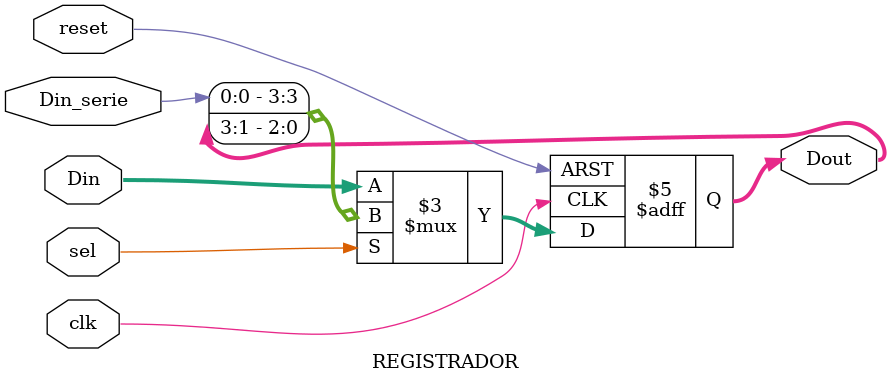
<source format=sv>
module REGISTRADOR(
    input logic clk, reset,
  	input logic Din_serie, sel,
  	input logic [3:0] Din, 
    output logic [3:0]Dout);

    always_ff @(posedge reset or posedge clk) begin
        if(reset) 
        	Dout <= 0;
        else if (sel) 
          	Dout <= {Din_serie , Dout[3:1]};
      	else
           	Dout <= Din;    
    end
  
endmodule
</source>
